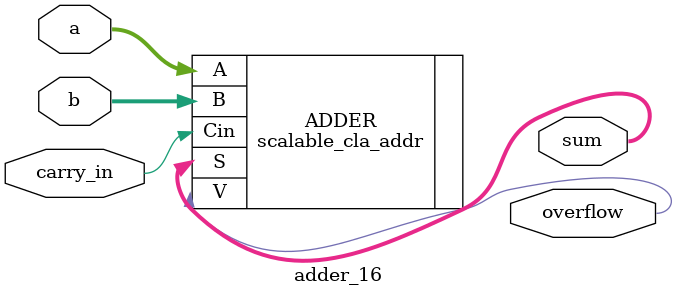
<source format=sv>

module adder_16
(
	input wire [15:0] a,
	input wire [15:0] b,
	input wire carry_in,
	output wire [15:0] sum,
	output wire overflow
);

	// Utilize and scale a 16-bit wide instance of a Carry-Look-Ahead Adder
	scalable_cla_addr 
	#(
		.NUM_CLA_BLKS(4),
		.CLA_BLK_SIZE_BITS(4)
	)
	ADDER
	(
		.A(a),
		.B(b),
		.Cin(carry_in),
		.S(sum),
		.V(overflow)
	);

endmodule

</source>
